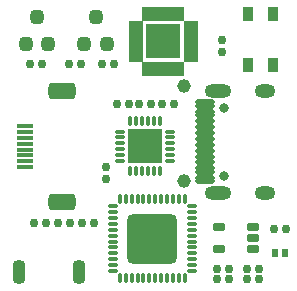
<source format=gts>
G04*
G04 #@! TF.GenerationSoftware,Altium Limited,Altium Designer,20.0.13 (296)*
G04*
G04 Layer_Color=8388736*
%FSLAX25Y25*%
%MOIN*%
G70*
G01*
G75*
%ADD35R,0.02175X0.02568*%
%ADD36R,0.03356X0.04537*%
G04:AMPARAMS|DCode=37|XSize=65.06mil|YSize=17.81mil|CornerRadius=5.95mil|HoleSize=0mil|Usage=FLASHONLY|Rotation=180.000|XOffset=0mil|YOffset=0mil|HoleType=Round|Shape=RoundedRectangle|*
%AMROUNDEDRECTD37*
21,1,0.06506,0.00591,0,0,180.0*
21,1,0.05315,0.01781,0,0,180.0*
1,1,0.01191,-0.02657,0.00295*
1,1,0.01191,0.02657,0.00295*
1,1,0.01191,0.02657,-0.00295*
1,1,0.01191,-0.02657,-0.00295*
%
%ADD37ROUNDEDRECTD37*%
G04:AMPARAMS|DCode=38|XSize=166mil|YSize=166mil|CornerRadius=19mil|HoleSize=0mil|Usage=FLASHONLY|Rotation=90.000|XOffset=0mil|YOffset=0mil|HoleType=Round|Shape=RoundedRectangle|*
%AMROUNDEDRECTD38*
21,1,0.16600,0.12800,0,0,90.0*
21,1,0.12800,0.16600,0,0,90.0*
1,1,0.03800,0.06400,0.06400*
1,1,0.03800,0.06400,-0.06400*
1,1,0.03800,-0.06400,-0.06400*
1,1,0.03800,-0.06400,0.06400*
%
%ADD38ROUNDEDRECTD38*%
G04:AMPARAMS|DCode=39|XSize=32.58mil|YSize=15.84mil|CornerRadius=5.46mil|HoleSize=0mil|Usage=FLASHONLY|Rotation=90.000|XOffset=0mil|YOffset=0mil|HoleType=Round|Shape=RoundedRectangle|*
%AMROUNDEDRECTD39*
21,1,0.03258,0.00492,0,0,90.0*
21,1,0.02165,0.01584,0,0,90.0*
1,1,0.01092,0.00246,0.01083*
1,1,0.01092,0.00246,-0.01083*
1,1,0.01092,-0.00246,-0.01083*
1,1,0.01092,-0.00246,0.01083*
%
%ADD39ROUNDEDRECTD39*%
G04:AMPARAMS|DCode=40|XSize=32.58mil|YSize=15.84mil|CornerRadius=5.46mil|HoleSize=0mil|Usage=FLASHONLY|Rotation=180.000|XOffset=0mil|YOffset=0mil|HoleType=Round|Shape=RoundedRectangle|*
%AMROUNDEDRECTD40*
21,1,0.03258,0.00492,0,0,180.0*
21,1,0.02165,0.01584,0,0,180.0*
1,1,0.01092,-0.01083,0.00246*
1,1,0.01092,0.01083,0.00246*
1,1,0.01092,0.01083,-0.00246*
1,1,0.01092,-0.01083,-0.00246*
%
%ADD40ROUNDEDRECTD40*%
G04:AMPARAMS|DCode=41|XSize=26mil|YSize=26mil|CornerRadius=8mil|HoleSize=0mil|Usage=FLASHONLY|Rotation=270.000|XOffset=0mil|YOffset=0mil|HoleType=Round|Shape=RoundedRectangle|*
%AMROUNDEDRECTD41*
21,1,0.02600,0.01000,0,0,270.0*
21,1,0.01000,0.02600,0,0,270.0*
1,1,0.01600,-0.00500,-0.00500*
1,1,0.01600,-0.00500,0.00500*
1,1,0.01600,0.00500,0.00500*
1,1,0.01600,0.00500,-0.00500*
%
%ADD41ROUNDEDRECTD41*%
G04:AMPARAMS|DCode=42|XSize=92mil|YSize=56mil|CornerRadius=15.5mil|HoleSize=0mil|Usage=FLASHONLY|Rotation=0.000|XOffset=0mil|YOffset=0mil|HoleType=Round|Shape=RoundedRectangle|*
%AMROUNDEDRECTD42*
21,1,0.09200,0.02500,0,0,0.0*
21,1,0.06100,0.05600,0,0,0.0*
1,1,0.03100,0.03050,-0.01250*
1,1,0.03100,-0.03050,-0.01250*
1,1,0.03100,-0.03050,0.01250*
1,1,0.03100,0.03050,0.01250*
%
%ADD42ROUNDEDRECTD42*%
G04:AMPARAMS|DCode=43|XSize=56mil|YSize=16mil|CornerRadius=5.5mil|HoleSize=0mil|Usage=FLASHONLY|Rotation=180.000|XOffset=0mil|YOffset=0mil|HoleType=Round|Shape=RoundedRectangle|*
%AMROUNDEDRECTD43*
21,1,0.05600,0.00500,0,0,180.0*
21,1,0.04500,0.01600,0,0,180.0*
1,1,0.01100,-0.02250,0.00250*
1,1,0.01100,0.02250,0.00250*
1,1,0.01100,0.02250,-0.00250*
1,1,0.01100,-0.02250,-0.00250*
%
%ADD43ROUNDEDRECTD43*%
G04:AMPARAMS|DCode=44|XSize=22mil|YSize=48mil|CornerRadius=8mil|HoleSize=0mil|Usage=FLASHONLY|Rotation=0.000|XOffset=0mil|YOffset=0mil|HoleType=Round|Shape=RoundedRectangle|*
%AMROUNDEDRECTD44*
21,1,0.02200,0.03200,0,0,0.0*
21,1,0.00600,0.04800,0,0,0.0*
1,1,0.01600,0.00300,-0.01600*
1,1,0.01600,-0.00300,-0.01600*
1,1,0.01600,-0.00300,0.01600*
1,1,0.01600,0.00300,0.01600*
%
%ADD44ROUNDEDRECTD44*%
G04:AMPARAMS|DCode=45|XSize=22mil|YSize=48mil|CornerRadius=8mil|HoleSize=0mil|Usage=FLASHONLY|Rotation=270.000|XOffset=0mil|YOffset=0mil|HoleType=Round|Shape=RoundedRectangle|*
%AMROUNDEDRECTD45*
21,1,0.02200,0.03200,0,0,270.0*
21,1,0.00600,0.04800,0,0,270.0*
1,1,0.01600,-0.01600,-0.00300*
1,1,0.01600,-0.01600,0.00300*
1,1,0.01600,0.01600,0.00300*
1,1,0.01600,0.01600,-0.00300*
%
%ADD45ROUNDEDRECTD45*%
%ADD46R,0.11624X0.11230*%
G04:AMPARAMS|DCode=47|XSize=26mil|YSize=26mil|CornerRadius=8mil|HoleSize=0mil|Usage=FLASHONLY|Rotation=180.000|XOffset=0mil|YOffset=0mil|HoleType=Round|Shape=RoundedRectangle|*
%AMROUNDEDRECTD47*
21,1,0.02600,0.01000,0,0,180.0*
21,1,0.01000,0.02600,0,0,180.0*
1,1,0.01600,-0.00500,0.00500*
1,1,0.01600,0.00500,0.00500*
1,1,0.01600,0.00500,-0.00500*
1,1,0.01600,-0.00500,-0.00500*
%
%ADD47ROUNDEDRECTD47*%
G04:AMPARAMS|DCode=48|XSize=29.62mil|YSize=41mil|CornerRadius=8.91mil|HoleSize=0mil|Usage=FLASHONLY|Rotation=270.000|XOffset=0mil|YOffset=0mil|HoleType=Round|Shape=RoundedRectangle|*
%AMROUNDEDRECTD48*
21,1,0.02962,0.02319,0,0,270.0*
21,1,0.01181,0.04100,0,0,270.0*
1,1,0.01781,-0.01159,-0.00591*
1,1,0.01781,-0.01159,0.00591*
1,1,0.01781,0.01159,0.00591*
1,1,0.01781,0.01159,-0.00591*
%
%ADD48ROUNDEDRECTD48*%
G04:AMPARAMS|DCode=49|XSize=43.4mil|YSize=45.37mil|CornerRadius=12.35mil|HoleSize=0mil|Usage=FLASHONLY|Rotation=0.000|XOffset=0mil|YOffset=0mil|HoleType=Round|Shape=RoundedRectangle|*
%AMROUNDEDRECTD49*
21,1,0.04340,0.02067,0,0,0.0*
21,1,0.01870,0.04537,0,0,0.0*
1,1,0.02470,0.00935,-0.01034*
1,1,0.02470,-0.00935,-0.01034*
1,1,0.02470,-0.00935,0.01034*
1,1,0.02470,0.00935,0.01034*
%
%ADD49ROUNDEDRECTD49*%
G04:AMPARAMS|DCode=50|XSize=37.5mil|YSize=76.87mil|CornerRadius=10.87mil|HoleSize=0mil|Usage=FLASHONLY|Rotation=180.000|XOffset=0mil|YOffset=0mil|HoleType=Round|Shape=RoundedRectangle|*
%AMROUNDEDRECTD50*
21,1,0.03750,0.05512,0,0,180.0*
21,1,0.01575,0.07687,0,0,180.0*
1,1,0.02175,-0.00787,0.02756*
1,1,0.02175,0.00787,0.02756*
1,1,0.02175,0.00787,-0.02756*
1,1,0.02175,-0.00787,-0.02756*
%
%ADD50ROUNDEDRECTD50*%
%ADD51O,0.01584X0.03356*%
%ADD52O,0.03356X0.01584*%
%ADD53C,0.04537*%
%ADD54C,0.03159*%
%ADD55O,0.06899X0.04537*%
%ADD56O,0.08868X0.04537*%
D35*
X113229Y16000D02*
D03*
X116772Y16000D02*
D03*
D36*
X104268Y78535D02*
D03*
Y95464D02*
D03*
X112733Y78535D02*
D03*
Y95464D02*
D03*
D37*
X90079Y66189D02*
D03*
Y65008D02*
D03*
Y63039D02*
D03*
Y61858D02*
D03*
Y59890D02*
D03*
Y57921D02*
D03*
Y55953D02*
D03*
Y53984D02*
D03*
Y52016D02*
D03*
Y50047D02*
D03*
Y48079D02*
D03*
Y46110D02*
D03*
Y44142D02*
D03*
Y42961D02*
D03*
Y40992D02*
D03*
Y39811D02*
D03*
D38*
X72390Y20738D02*
D03*
D39*
X61563Y7500D02*
D03*
X63532D02*
D03*
X65500D02*
D03*
X67469D02*
D03*
X69437D02*
D03*
X71406D02*
D03*
X73374D02*
D03*
X75343D02*
D03*
X77311D02*
D03*
X79280D02*
D03*
X81248D02*
D03*
X83217D02*
D03*
Y33976D02*
D03*
X81248D02*
D03*
X79280D02*
D03*
X77311D02*
D03*
X75343D02*
D03*
X73374D02*
D03*
X71406D02*
D03*
X69437D02*
D03*
X67469D02*
D03*
X65500D02*
D03*
X63532D02*
D03*
X61563D02*
D03*
D40*
X85628Y9911D02*
D03*
Y11880D02*
D03*
Y13848D02*
D03*
Y15817D02*
D03*
Y17785D02*
D03*
Y19754D02*
D03*
Y21723D02*
D03*
Y23691D02*
D03*
Y25659D02*
D03*
Y27628D02*
D03*
Y29596D02*
D03*
Y31565D02*
D03*
X59152D02*
D03*
Y29596D02*
D03*
Y27628D02*
D03*
Y25659D02*
D03*
Y23691D02*
D03*
Y21723D02*
D03*
Y19754D02*
D03*
Y17785D02*
D03*
Y15817D02*
D03*
Y13848D02*
D03*
Y11880D02*
D03*
Y9911D02*
D03*
D41*
X94000Y7100D02*
D03*
X98000D02*
D03*
X103800Y10600D02*
D03*
X107800D02*
D03*
X103800Y7100D02*
D03*
X107800D02*
D03*
X94000Y10600D02*
D03*
X98000D02*
D03*
X113000Y24000D02*
D03*
X117000D02*
D03*
X53000Y26000D02*
D03*
X49000D02*
D03*
X55500Y79000D02*
D03*
X59500D02*
D03*
X44500D02*
D03*
X48500D02*
D03*
X35500D02*
D03*
X31500D02*
D03*
X41000Y26000D02*
D03*
X45000D02*
D03*
X33000D02*
D03*
X37000D02*
D03*
X79500Y65500D02*
D03*
X75500D02*
D03*
X68000D02*
D03*
X72000D02*
D03*
X64500D02*
D03*
X60500D02*
D03*
D42*
X42400Y69953D02*
D03*
Y32827D02*
D03*
D43*
X30000Y58279D02*
D03*
Y56311D02*
D03*
Y54342D02*
D03*
Y52374D02*
D03*
Y50405D02*
D03*
Y48437D02*
D03*
Y46468D02*
D03*
Y44500D02*
D03*
D44*
X70095Y77350D02*
D03*
X72063D02*
D03*
X74032D02*
D03*
X76000D02*
D03*
X77969D02*
D03*
X79937D02*
D03*
X81906D02*
D03*
Y95650D02*
D03*
X79937D02*
D03*
X77969D02*
D03*
X76000D02*
D03*
X74032D02*
D03*
X72063D02*
D03*
X70095D02*
D03*
D45*
X85150Y80594D02*
D03*
Y82563D02*
D03*
Y84531D02*
D03*
Y86500D02*
D03*
Y88468D02*
D03*
Y90437D02*
D03*
Y92405D02*
D03*
X66850D02*
D03*
Y90437D02*
D03*
Y88468D02*
D03*
Y86500D02*
D03*
Y84531D02*
D03*
Y82563D02*
D03*
Y80594D02*
D03*
D46*
X76000Y86500D02*
D03*
X70000Y51500D02*
D03*
D47*
X95500Y87000D02*
D03*
Y83000D02*
D03*
X57000Y40500D02*
D03*
Y44500D02*
D03*
D48*
X106000Y24740D02*
D03*
Y21000D02*
D03*
Y17260D02*
D03*
X94600D02*
D03*
Y24740D02*
D03*
D49*
X30260Y85571D02*
D03*
X37740D02*
D03*
X34000Y94429D02*
D03*
X49760Y85571D02*
D03*
X57240D02*
D03*
X53500Y94429D02*
D03*
D50*
X27909Y9500D02*
D03*
X48000D02*
D03*
D51*
X74921Y43232D02*
D03*
X72953D02*
D03*
X70984D02*
D03*
X69016D02*
D03*
X67047D02*
D03*
X65079D02*
D03*
Y59768D02*
D03*
X67047D02*
D03*
X69016D02*
D03*
X70984D02*
D03*
X72953D02*
D03*
X74921D02*
D03*
D52*
X61732Y46579D02*
D03*
Y48547D02*
D03*
Y50516D02*
D03*
Y52484D02*
D03*
Y54453D02*
D03*
Y56421D02*
D03*
X78268D02*
D03*
Y54453D02*
D03*
Y52484D02*
D03*
Y50516D02*
D03*
Y48547D02*
D03*
Y46579D02*
D03*
D53*
X83000Y40004D02*
D03*
Y71500D02*
D03*
D54*
X96142Y41622D02*
D03*
Y64378D02*
D03*
D55*
X109921Y70028D02*
D03*
Y35972D02*
D03*
D56*
X94173Y70028D02*
D03*
Y35972D02*
D03*
M02*

</source>
